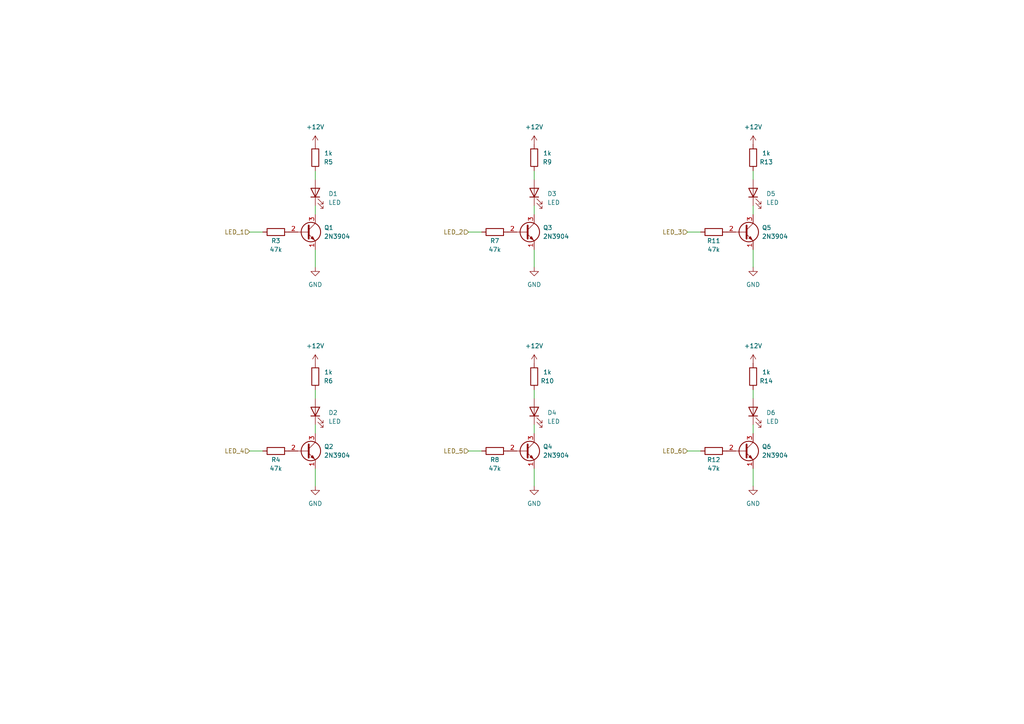
<source format=kicad_sch>
(kicad_sch (version 20250114) (generator "eeschema") (generator_version "9.0")
  (paper "A4")
  (lib_symbols
    (symbol "Device:LED" (pin_numbers (hide yes)) (pin_names (offset 1.016) (hide yes))
      (property "Reference" "D" (at 0 2.54 0))
      (property "Value" "LED" (at 0 -2.54 0))
      (symbol "LED_0_1"
        (polyline (pts (xy -3.048 -0.762) (xy -4.572 -2.286) (xy -3.81 -2.286) (xy -4.572 -2.286) (xy -4.572 -1.524)))
        (polyline (pts (xy -1.778 -0.762) (xy -3.302 -2.286) (xy -2.54 -2.286) (xy -3.302 -2.286) (xy -3.302 -1.524)))
        (polyline (pts (xy -1.27 0) (xy 1.27 0)))
        (polyline (pts (xy -1.27 -1.27) (xy -1.27 1.27)) (stroke (width 0.254)))
        (polyline (pts (xy 1.27 -1.27) (xy 1.27 1.27) (xy -1.27 0) (xy 1.27 -1.27)) (stroke (width 0.254)))
      )
      (symbol "LED_1_1"
        (pin passive line (at -3.81 0 0) (length 2.54) (name "K") (number "1"))
        (pin passive line (at 3.81 0 180) (length 2.54) (name "A") (number "2"))
      )
    )
    (symbol "Device:R" (pin_numbers (hide yes)) (pin_names (offset 0))
      (property "Reference" "R" (at 2.032 0 90))
      (property "Value" "R" (at 0 0 90))
      (symbol "R_0_1"
        (rectangle (start -1.016 -2.54) (end 1.016 2.54) (stroke (width 0.254)))
      )
      (symbol "R_1_1"
        (pin passive line (at 0 3.81 270) (length 1.27) (name "~") (number "1"))
        (pin passive line (at 0 -3.81 90) (length 1.27) (name "~") (number "2"))
      )
    )
    (symbol "Transistor_BJT:2N3904" (pin_names (offset 0) (hide yes))
      (property "Reference" "Q" (at 5.08 1.905 0))
      (property "Value" "2N3904" (at 5.08 0 0))
      (symbol "2N3904_0_1"
        (polyline (pts (xy -2.54 0) (xy 0.635 0)))
        (polyline (pts (xy 0.635 1.905) (xy 0.635 -1.905)) (stroke (width 0.508)))
        (circle (center 1.27 0) (radius 2.8194) (stroke (width 0.254)))
      )
      (symbol "2N3904_1_1"
        (polyline (pts (xy 0.635 0.635) (xy 2.54 2.54)))
        (polyline (pts (xy 0.635 -0.635) (xy 2.54 -2.54)))
        (polyline (pts (xy 1.27 -1.778) (xy 1.778 -1.27) (xy 2.286 -2.286) (xy 1.27 -1.778)) (fill (type outline)))
        (pin input line (at -5.08 0 0) (length 2.54) (name "B") (number "2"))
        (pin passive line (at 2.54 5.08 270) (length 2.54) (name "C") (number "3"))
        (pin passive line (at 2.54 -5.08 90) (length 2.54) (name "E") (number "1"))
      )
    )
    (symbol "power:+12V" (power) (pin_numbers (hide yes)) (pin_names (offset 0) (hide yes))
      (property "Value" "+12V" (at 0 3.556 0))
      (symbol "+12V_0_1"
        (polyline (pts (xy -0.762 1.27) (xy 0 2.54)))
        (polyline (pts (xy 0 2.54) (xy 0.762 1.27)))
        (polyline (pts (xy 0 0) (xy 0 2.54)))
      )
      (symbol "+12V_1_1"
        (pin power_in line (at 0 0 90) (length 0) (name "~") (number "1"))
      )
    )
    (symbol "power:GND" (power) (pin_numbers (hide yes)) (pin_names (offset 0) (hide yes))
      (property "Value" "GND" (at 0 -3.81 0))
      (symbol "GND_0_1"
        (polyline (pts (xy 0 0) (xy 0 -1.27) (xy 1.27 -1.27) (xy 0 -2.54) (xy -1.27 -1.27) (xy 0 -1.27)))
      )
      (symbol "GND_1_1"
        (pin power_in line (at 0 0 270) (length 0) (name "~") (number "1"))
      )
    )
  )
  (wire (pts (xy 91.44 113.03) (xy 91.44 115.57)))
  (wire (pts (xy 218.44 77.47) (xy 218.44 72.39)))
  (wire (pts (xy 154.94 59.69) (xy 154.94 62.23)))
  (wire (pts (xy 218.44 49.53) (xy 218.44 52.07)))
  (wire (pts (xy 218.44 140.97) (xy 218.44 135.89)))
  (wire (pts (xy 91.44 59.69) (xy 91.44 62.23)))
  (wire (pts (xy 135.89 67.31) (xy 139.7 67.31)))
  (wire (pts (xy 91.44 49.53) (xy 91.44 52.07)))
  (wire (pts (xy 199.39 130.81) (xy 203.2 130.81)))
  (wire (pts (xy 199.39 67.31) (xy 203.2 67.31)))
  (wire (pts (xy 91.44 123.19) (xy 91.44 125.73)))
  (wire (pts (xy 91.44 140.97) (xy 91.44 135.89)))
  (wire (pts (xy 72.39 67.31) (xy 76.2 67.31)))
  (wire (pts (xy 135.89 130.81) (xy 139.7 130.81)))
  (wire (pts (xy 218.44 123.19) (xy 218.44 125.73)))
  (wire (pts (xy 218.44 59.69) (xy 218.44 62.23)))
  (wire (pts (xy 91.44 77.47) (xy 91.44 72.39)))
  (wire (pts (xy 154.94 140.97) (xy 154.94 135.89)))
  (wire (pts (xy 154.94 123.19) (xy 154.94 125.73)))
  (wire (pts (xy 154.94 77.47) (xy 154.94 72.39)))
  (wire (pts (xy 154.94 49.53) (xy 154.94 52.07)))
  (wire (pts (xy 154.94 113.03) (xy 154.94 115.57)))
  (wire (pts (xy 72.39 130.81) (xy 76.2 130.81)))
  (wire (pts (xy 218.44 113.03) (xy 218.44 115.57)))
  (hierarchical_label "LED_5" (shape input) (at 135.89 130.81 180))
  (hierarchical_label "LED_6" (shape input) (at 199.39 130.81 180))
  (hierarchical_label "LED_4" (shape input) (at 72.39 130.81 180))
  (hierarchical_label "LED_1" (shape input) (at 72.39 67.31 180))
  (hierarchical_label "LED_2" (shape input) (at 135.89 67.31 180))
  (hierarchical_label "LED_3" (shape input) (at 199.39 67.31 180))
  (symbol (lib_id "Device:R") (at 207.01 130.81 90) (unit 1)
    (property "Reference" "R12" (at 207.01 133.35 90))
    (property "Value" "47k" (at 207.01 135.89 90))
    (property "Footprint" "Shmoergh_Custom_Footprints:R_Axial_DIN0207_L6.3mm_D2.5mm_P7.62mm_Horizontal" (effects (hide yes)))
    (property "LCSC" "C25803" (effects (hide yes)))
    (property "Vendor" "JLCPCB" (effects (hide yes)))
  )
  (symbol (lib_id "Device:LED") (at 154.94 55.88 90) (unit 1)
    (property "Reference" "D3" (at 158.75 56.1974 90) (effects (justify right)))
    (property "Value" "LED" (at 158.75 58.7374 90) (effects (justify right)))
    (property "Footprint" "LED_THT:LED_D3.0mm" (effects (hide yes)))
    (property "Description" "Light emitting diode" (effects (hide yes)))
    (property "Sim.Pins" "1=K 2=A" (effects (hide yes)))
  )
  (symbol (lib_id "Device:LED") (at 154.94 119.38 90) (unit 1)
    (property "Reference" "D4" (at 158.75 119.6974 90) (effects (justify right)))
    (property "Value" "LED" (at 158.75 122.2374 90) (effects (justify right)))
    (property "Footprint" "LED_THT:LED_D3.0mm" (effects (hide yes)))
    (property "Description" "Light emitting diode" (effects (hide yes)))
    (property "Sim.Pins" "1=K 2=A" (effects (hide yes)))
  )
  (symbol (lib_id "Transistor_BJT:2N3904") (at 215.9 67.31 0) (unit 1)
    (property "Reference" "Q5" (at 220.98 66.0399 0) (effects (justify left)))
    (property "Value" "2N3904" (at 220.98 68.5799 0) (effects (justify left)))
    (property "Footprint" "Package_TO_SOT_THT:TO-92_Inline_Wide" (effects (hide yes)))
    (property "Datasheet" "https://www.onsemi.com/pub/Collateral/2N3903-D.PDF" (effects (hide yes)))
    (property "Description" "0.2A Ic, 40V Vce, Small Signal NPN Transistor, TO-92" (effects (hide yes)))
  )
  (symbol (lib_id "Transistor_BJT:2N3904") (at 152.4 130.81 0) (unit 1)
    (property "Reference" "Q4" (at 157.48 129.5399 0) (effects (justify left)))
    (property "Value" "2N3904" (at 157.48 132.0799 0) (effects (justify left)))
    (property "Footprint" "Package_TO_SOT_THT:TO-92_Inline_Wide" (effects (hide yes)))
    (property "Datasheet" "https://www.onsemi.com/pub/Collateral/2N3903-D.PDF" (effects (hide yes)))
    (property "Description" "0.2A Ic, 40V Vce, Small Signal NPN Transistor, TO-92" (effects (hide yes)))
  )
  (symbol (lib_id "power:GND") (at 91.44 77.47 0) (unit 1)
    (property "Reference" "#PWR025" (effects (hide yes)))
    (property "Value" "GND" (at 91.44 82.55 0))
    (property "Description" "Power symbol creates a global label with name \"GND\" , ground" (effects (hide yes)))
  )
  (symbol (lib_id "power:GND") (at 218.44 140.97 0) (unit 1)
    (property "Reference" "#PWR035" (effects (hide yes)))
    (property "Value" "GND" (at 218.44 146.05 0))
    (property "Description" "Power symbol creates a global label with name \"GND\" , ground" (effects (hide yes)))
  )
  (symbol (lib_id "Device:LED") (at 218.44 119.38 90) (unit 1)
    (property "Reference" "D6" (at 222.25 119.6974 90) (effects (justify right)))
    (property "Value" "LED" (at 222.25 122.2374 90) (effects (justify right)))
    (property "Footprint" "LED_THT:LED_D3.0mm" (effects (hide yes)))
    (property "Description" "Light emitting diode" (effects (hide yes)))
    (property "Sim.Pins" "1=K 2=A" (effects (hide yes)))
  )
  (symbol (lib_id "power:GND") (at 154.94 140.97 0) (unit 1)
    (property "Reference" "#PWR031" (effects (hide yes)))
    (property "Value" "GND" (at 154.94 146.05 0))
    (property "Description" "Power symbol creates a global label with name \"GND\" , ground" (effects (hide yes)))
  )
  (symbol (lib_id "Transistor_BJT:2N3904") (at 215.9 130.81 0) (unit 1)
    (property "Reference" "Q6" (at 220.98 129.5399 0) (effects (justify left)))
    (property "Value" "2N3904" (at 220.98 132.0799 0) (effects (justify left)))
    (property "Footprint" "Package_TO_SOT_THT:TO-92_Inline_Wide" (effects (hide yes)))
    (property "Datasheet" "https://www.onsemi.com/pub/Collateral/2N3903-D.PDF" (effects (hide yes)))
    (property "Description" "0.2A Ic, 40V Vce, Small Signal NPN Transistor, TO-92" (effects (hide yes)))
  )
  (symbol (lib_id "power:GND") (at 91.44 140.97 0) (unit 1)
    (property "Reference" "#PWR027" (effects (hide yes)))
    (property "Value" "GND" (at 91.44 146.05 0))
    (property "Description" "Power symbol creates a global label with name \"GND\" , ground" (effects (hide yes)))
  )
  (symbol (lib_id "Transistor_BJT:2N3904") (at 88.9 67.31 0) (unit 1)
    (property "Reference" "Q1" (at 93.98 66.0399 0) (effects (justify left)))
    (property "Value" "2N3904" (at 93.98 68.5799 0) (effects (justify left)))
    (property "Footprint" "Package_TO_SOT_THT:TO-92_Inline_Wide" (effects (hide yes)))
    (property "Datasheet" "https://www.onsemi.com/pub/Collateral/2N3903-D.PDF" (effects (hide yes)))
    (property "Description" "0.2A Ic, 40V Vce, Small Signal NPN Transistor, TO-92" (effects (hide yes)))
  )
  (symbol (lib_id "Device:R") (at 80.01 130.81 90) (unit 1)
    (property "Reference" "R4" (at 80.01 133.35 90))
    (property "Value" "47k" (at 80.01 135.89 90))
    (property "Footprint" "Shmoergh_Custom_Footprints:R_Axial_DIN0207_L6.3mm_D2.5mm_P7.62mm_Horizontal" (effects (hide yes)))
    (property "LCSC" "C25803" (effects (hide yes)))
    (property "Vendor" "JLCPCB" (effects (hide yes)))
  )
  (symbol (lib_id "Device:LED") (at 218.44 55.88 90) (unit 1)
    (property "Reference" "D5" (at 222.25 56.1974 90) (effects (justify right)))
    (property "Value" "LED" (at 222.25 58.7374 90) (effects (justify right)))
    (property "Footprint" "LED_THT:LED_D3.0mm" (effects (hide yes)))
    (property "Description" "Light emitting diode" (effects (hide yes)))
    (property "Sim.Pins" "1=K 2=A" (effects (hide yes)))
  )
  (symbol (lib_id "power:+12V") (at 218.44 105.41 0) (unit 1)
    (property "Reference" "#PWR034" (effects (hide yes)))
    (property "Value" "+12V" (at 218.44 100.33 0))
    (property "Description" "Power symbol creates a global label with name \"+12V\"" (effects (hide yes)))
  )
  (symbol (lib_id "power:GND") (at 218.44 77.47 0) (unit 1)
    (property "Reference" "#PWR033" (effects (hide yes)))
    (property "Value" "GND" (at 218.44 82.55 0))
    (property "Description" "Power symbol creates a global label with name \"GND\" , ground" (effects (hide yes)))
  )
  (symbol (lib_id "power:+12V") (at 154.94 105.41 0) (unit 1)
    (property "Reference" "#PWR030" (effects (hide yes)))
    (property "Value" "+12V" (at 154.94 100.33 0))
    (property "Description" "Power symbol creates a global label with name \"+12V\"" (effects (hide yes)))
  )
  (symbol (lib_id "Device:R") (at 143.51 67.31 90) (unit 1)
    (property "Reference" "R7" (at 143.51 69.85 90))
    (property "Value" "47k" (at 143.51 72.39 90))
    (property "Footprint" "Shmoergh_Custom_Footprints:R_Axial_DIN0207_L6.3mm_D2.5mm_P7.62mm_Horizontal" (effects (hide yes)))
    (property "LCSC" "C25803" (effects (hide yes)))
    (property "Vendor" "JLCPCB" (effects (hide yes)))
  )
  (symbol (lib_id "Transistor_BJT:2N3904") (at 88.9 130.81 0) (unit 1)
    (property "Reference" "Q2" (at 93.98 129.5399 0) (effects (justify left)))
    (property "Value" "2N3904" (at 93.98 132.0799 0) (effects (justify left)))
    (property "Footprint" "Package_TO_SOT_THT:TO-92_Inline_Wide" (effects (hide yes)))
    (property "Datasheet" "https://www.onsemi.com/pub/Collateral/2N3903-D.PDF" (effects (hide yes)))
    (property "Description" "0.2A Ic, 40V Vce, Small Signal NPN Transistor, TO-92" (effects (hide yes)))
  )
  (symbol (lib_id "Device:R") (at 154.94 45.72 180) (unit 1)
    (property "Reference" "R9" (at 158.75 46.99 0))
    (property "Value" "1k" (at 158.75 44.45 0))
    (property "Footprint" "Shmoergh_Custom_Footprints:R_Axial_DIN0207_L6.3mm_D2.5mm_P7.62mm_Horizontal" (effects (hide yes)))
    (property "Vendor" "JLCPCB" (effects (hide yes)))
  )
  (symbol (lib_id "power:+12V") (at 91.44 41.91 0) (unit 1)
    (property "Reference" "#PWR024" (effects (hide yes)))
    (property "Value" "+12V" (at 91.44 36.83 0))
    (property "Description" "Power symbol creates a global label with name \"+12V\"" (effects (hide yes)))
  )
  (symbol (lib_id "Device:LED") (at 91.44 55.88 90) (unit 1)
    (property "Reference" "D1" (at 95.25 56.1974 90) (effects (justify right)))
    (property "Value" "LED" (at 95.25 58.7374 90) (effects (justify right)))
    (property "Footprint" "LED_THT:LED_D3.0mm" (effects (hide yes)))
    (property "Description" "Light emitting diode" (effects (hide yes)))
    (property "Sim.Pins" "1=K 2=A" (effects (hide yes)))
  )
  (symbol (lib_id "Device:LED") (at 91.44 119.38 90) (unit 1)
    (property "Reference" "D2" (at 95.25 119.6974 90) (effects (justify right)))
    (property "Value" "LED" (at 95.25 122.2374 90) (effects (justify right)))
    (property "Footprint" "LED_THT:LED_D3.0mm" (effects (hide yes)))
    (property "Description" "Light emitting diode" (effects (hide yes)))
    (property "Sim.Pins" "1=K 2=A" (effects (hide yes)))
  )
  (symbol (lib_id "Device:R") (at 143.51 130.81 90) (unit 1)
    (property "Reference" "R8" (at 143.51 133.35 90))
    (property "Value" "47k" (at 143.51 135.89 90))
    (property "Footprint" "Shmoergh_Custom_Footprints:R_Axial_DIN0207_L6.3mm_D2.5mm_P7.62mm_Horizontal" (effects (hide yes)))
    (property "LCSC" "C25803" (effects (hide yes)))
    (property "Vendor" "JLCPCB" (effects (hide yes)))
  )
  (symbol (lib_id "power:+12V") (at 218.44 41.91 0) (unit 1)
    (property "Reference" "#PWR032" (effects (hide yes)))
    (property "Value" "+12V" (at 218.44 36.83 0))
    (property "Description" "Power symbol creates a global label with name \"+12V\"" (effects (hide yes)))
  )
  (symbol (lib_id "Device:R") (at 154.94 109.22 180) (unit 1)
    (property "Reference" "R10" (at 158.75 110.49 0))
    (property "Value" "1k" (at 158.75 107.95 0))
    (property "Footprint" "Shmoergh_Custom_Footprints:R_Axial_DIN0207_L6.3mm_D2.5mm_P7.62mm_Horizontal" (effects (hide yes)))
    (property "Vendor" "JLCPCB" (effects (hide yes)))
  )
  (symbol (lib_id "power:GND") (at 154.94 77.47 0) (unit 1)
    (property "Reference" "#PWR029" (effects (hide yes)))
    (property "Value" "GND" (at 154.94 82.55 0))
    (property "Description" "Power symbol creates a global label with name \"GND\" , ground" (effects (hide yes)))
  )
  (symbol (lib_id "Device:R") (at 218.44 45.72 180) (unit 1)
    (property "Reference" "R13" (at 222.25 46.99 0))
    (property "Value" "1k" (at 222.25 44.45 0))
    (property "Footprint" "Shmoergh_Custom_Footprints:R_Axial_DIN0207_L6.3mm_D2.5mm_P7.62mm_Horizontal" (effects (hide yes)))
    (property "Vendor" "JLCPCB" (effects (hide yes)))
  )
  (symbol (lib_id "Device:R") (at 207.01 67.31 90) (unit 1)
    (property "Reference" "R11" (at 207.01 69.85 90))
    (property "Value" "47k" (at 207.01 72.39 90))
    (property "Footprint" "Shmoergh_Custom_Footprints:R_Axial_DIN0207_L6.3mm_D2.5mm_P7.62mm_Horizontal" (effects (hide yes)))
    (property "LCSC" "C25803" (effects (hide yes)))
    (property "Vendor" "JLCPCB" (effects (hide yes)))
  )
  (symbol (lib_id "Device:R") (at 91.44 45.72 180) (unit 1)
    (property "Reference" "R5" (at 95.25 46.99 0))
    (property "Value" "1k" (at 95.25 44.45 0))
    (property "Footprint" "Shmoergh_Custom_Footprints:R_Axial_DIN0207_L6.3mm_D2.5mm_P7.62mm_Horizontal" (effects (hide yes)))
    (property "Vendor" "JLCPCB" (effects (hide yes)))
  )
  (symbol (lib_id "Device:R") (at 91.44 109.22 180) (unit 1)
    (property "Reference" "R6" (at 95.25 110.49 0))
    (property "Value" "1k" (at 95.25 107.95 0))
    (property "Footprint" "Shmoergh_Custom_Footprints:R_Axial_DIN0207_L6.3mm_D2.5mm_P7.62mm_Horizontal" (effects (hide yes)))
    (property "Vendor" "JLCPCB" (effects (hide yes)))
  )
  (symbol (lib_id "Device:R") (at 218.44 109.22 180) (unit 1)
    (property "Reference" "R14" (at 222.25 110.49 0))
    (property "Value" "1k" (at 222.25 107.95 0))
    (property "Footprint" "Shmoergh_Custom_Footprints:R_Axial_DIN0207_L6.3mm_D2.5mm_P7.62mm_Horizontal" (effects (hide yes)))
    (property "Vendor" "JLCPCB" (effects (hide yes)))
  )
  (symbol (lib_id "Device:R") (at 80.01 67.31 90) (unit 1)
    (property "Reference" "R3" (at 80.01 69.85 90))
    (property "Value" "47k" (at 80.01 72.39 90))
    (property "Footprint" "Shmoergh_Custom_Footprints:R_Axial_DIN0207_L6.3mm_D2.5mm_P7.62mm_Horizontal" (effects (hide yes)))
    (property "LCSC" "C25803" (effects (hide yes)))
    (property "Vendor" "JLCPCB" (effects (hide yes)))
  )
  (symbol (lib_id "power:+12V") (at 91.44 105.41 0) (unit 1)
    (property "Reference" "#PWR026" (effects (hide yes)))
    (property "Value" "+12V" (at 91.44 100.33 0))
    (property "Description" "Power symbol creates a global label with name \"+12V\"" (effects (hide yes)))
  )
  (symbol (lib_id "Transistor_BJT:2N3904") (at 152.4 67.31 0) (unit 1)
    (property "Reference" "Q3" (at 157.48 66.0399 0) (effects (justify left)))
    (property "Value" "2N3904" (at 157.48 68.5799 0) (effects (justify left)))
    (property "Footprint" "Package_TO_SOT_THT:TO-92_Inline_Wide" (effects (hide yes)))
    (property "Datasheet" "https://www.onsemi.com/pub/Collateral/2N3903-D.PDF" (effects (hide yes)))
    (property "Description" "0.2A Ic, 40V Vce, Small Signal NPN Transistor, TO-92" (effects (hide yes)))
  )
  (symbol (lib_id "power:+12V") (at 154.94 41.91 0) (unit 1)
    (property "Reference" "#PWR028" (effects (hide yes)))
    (property "Value" "+12V" (at 154.94 36.83 0))
    (property "Description" "Power symbol creates a global label with name \"+12V\"" (effects (hide yes)))
  )
)
</source>
